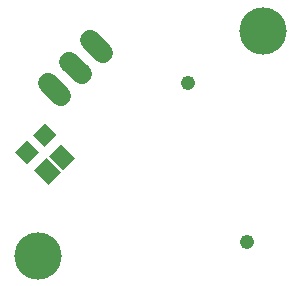
<source format=gbs>
G75*
%MOIN*%
%OFA0B0*%
%FSLAX24Y24*%
%IPPOS*%
%LPD*%
%AMOC8*
5,1,8,0,0,1.08239X$1,22.5*
%
%ADD10C,0.1575*%
%ADD11C,0.0680*%
%ADD12R,0.0592X0.0671*%
%ADD13R,0.0552X0.0552*%
%ADD14C,0.0476*%
D10*
X002033Y001600D03*
X009533Y009100D03*
D11*
X004203Y008345D02*
X003778Y008769D01*
X003071Y008062D02*
X003495Y007638D01*
X002788Y006931D02*
X002364Y007355D01*
D12*
G36*
X002383Y004914D02*
X002802Y005333D01*
X003275Y004860D01*
X002856Y004441D01*
X002383Y004914D01*
G37*
G36*
X001909Y004440D02*
X002328Y004859D01*
X002801Y004386D01*
X002382Y003967D01*
X001909Y004440D01*
G37*
D13*
G36*
X001662Y004647D02*
X001272Y005037D01*
X001662Y005427D01*
X002052Y005037D01*
X001662Y004647D01*
G37*
G36*
X002246Y005232D02*
X001856Y005622D01*
X002246Y006012D01*
X002636Y005622D01*
X002246Y005232D01*
G37*
D14*
X007033Y007350D03*
X008983Y002050D03*
M02*

</source>
